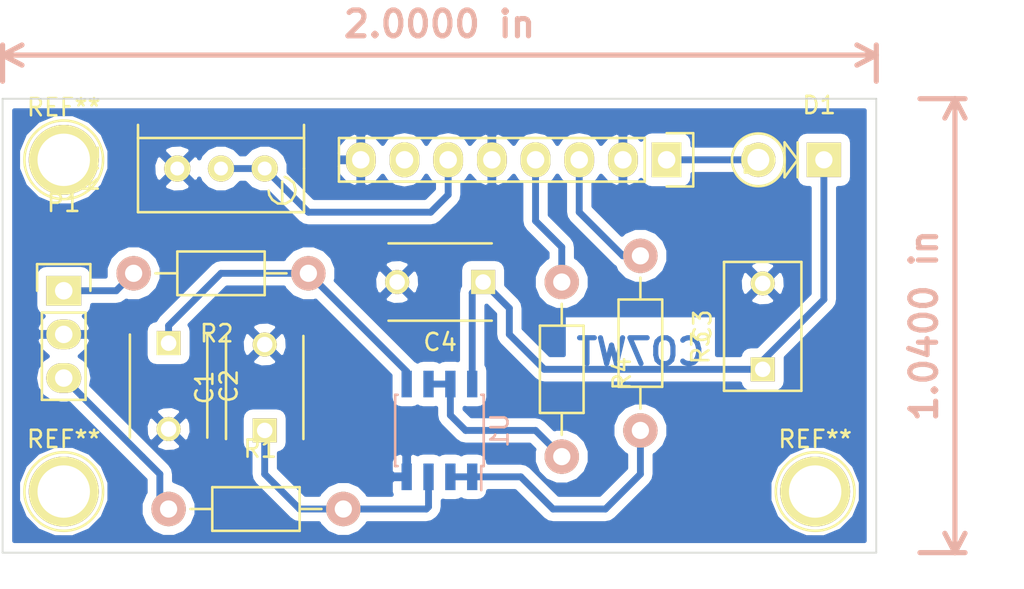
<source format=kicad_pcb>
(kicad_pcb (version 4) (host pcbnew 4.0.2+dfsg1-stable)

  (general
    (links 27)
    (no_connects 0)
    (area 60.401999 44.394 123.824 78.445)
    (thickness 1.6)
    (drawings 7)
    (tracks 49)
    (zones 0)
    (modules 16)
    (nets 14)
  )

  (page A)
  (layers
    (0 F.Cu signal)
    (31 B.Cu signal)
    (32 B.Adhes user)
    (33 F.Adhes user)
    (34 B.Paste user)
    (35 F.Paste user)
    (36 B.SilkS user)
    (37 F.SilkS user)
    (38 B.Mask user)
    (39 F.Mask user)
    (40 Dwgs.User user)
    (41 Cmts.User user)
    (42 Eco1.User user)
    (43 Eco2.User user)
    (44 Edge.Cuts user)
    (45 Margin user)
    (46 B.CrtYd user)
    (47 F.CrtYd user)
    (48 B.Fab user)
    (49 F.Fab user)
  )

  (setup
    (last_trace_width 0.4)
    (trace_clearance 0.2)
    (zone_clearance 0.508)
    (zone_45_only no)
    (trace_min 0.2)
    (segment_width 0.2)
    (edge_width 0.1)
    (via_size 0.6)
    (via_drill 0.4)
    (via_min_size 0.4)
    (via_min_drill 0.3)
    (uvia_size 0.3)
    (uvia_drill 0.1)
    (uvias_allowed no)
    (uvia_min_size 0.2)
    (uvia_min_drill 0.1)
    (pcb_text_width 0.3)
    (pcb_text_size 1.5 1.5)
    (mod_edge_width 0.15)
    (mod_text_size 1 1)
    (mod_text_width 0.15)
    (pad_size 1.5 1.5)
    (pad_drill 0.6)
    (pad_to_mask_clearance 0)
    (aux_axis_origin 0 0)
    (visible_elements FFFFFF7F)
    (pcbplotparams
      (layerselection 0x00030_80000000)
      (usegerberextensions false)
      (excludeedgelayer true)
      (linewidth 0.100000)
      (plotframeref false)
      (viasonmask false)
      (mode 1)
      (useauxorigin false)
      (hpglpennumber 1)
      (hpglpenspeed 20)
      (hpglpendiameter 15)
      (hpglpenoverlay 2)
      (psnegative false)
      (psa4output false)
      (plotreference true)
      (plotvalue true)
      (plotinvisibletext false)
      (padsonsilk false)
      (subtractmaskfromsilk false)
      (outputformat 4)
      (mirror false)
      (drillshape 0)
      (scaleselection 1)
      (outputdirectory ""))
  )

  (net 0 "")
  (net 1 "Net-(C1-Pad1)")
  (net 2 GND)
  (net 3 "Net-(C2-Pad1)")
  (net 4 Vcc)
  (net 5 "Net-(D1-Pad2)")
  (net 6 "Net-(P1-Pad1)")
  (net 7 "Net-(P1-Pad3)")
  (net 8 V_Dir)
  (net 9 V_Rev)
  (net 10 Probe_ID)
  (net 11 "Net-(P2-Pad7)")
  (net 12 "Net-(R3-Pad2)")
  (net 13 "Net-(R4-Pad2)")

  (net_class Default "This is the default net class."
    (clearance 0.2)
    (trace_width 0.4)
    (via_dia 0.6)
    (via_drill 0.4)
    (uvia_dia 0.3)
    (uvia_drill 0.1)
    (add_net GND)
    (add_net "Net-(C1-Pad1)")
    (add_net "Net-(C2-Pad1)")
    (add_net "Net-(D1-Pad2)")
    (add_net "Net-(P1-Pad1)")
    (add_net "Net-(P1-Pad3)")
    (add_net "Net-(P2-Pad7)")
    (add_net "Net-(R3-Pad2)")
    (add_net "Net-(R4-Pad2)")
    (add_net Probe_ID)
    (add_net V_Dir)
    (add_net V_Rev)
    (add_net Vcc)
  )

  (module Resistors_ThroughHole:Resistor_Horizontal_RM10mm placed (layer F.Cu) (tedit 56648415) (tstamp 59A6131F)
    (at 92.964 60.452 270)
    (descr "Resistor, Axial,  RM 10mm, 1/3W")
    (tags "Resistor Axial RM 10mm 1/3W")
    (path /59A6099E)
    (fp_text reference R4 (at 5.32892 -3.50012 270) (layer F.SilkS)
      (effects (font (size 1 1) (thickness 0.15)))
    )
    (fp_text value 1k (at 5.08 3.81 270) (layer F.Fab)
      (effects (font (size 1 1) (thickness 0.15)))
    )
    (fp_line (start -1.25 -1.5) (end 11.4 -1.5) (layer F.CrtYd) (width 0.05))
    (fp_line (start -1.25 1.5) (end -1.25 -1.5) (layer F.CrtYd) (width 0.05))
    (fp_line (start 11.4 -1.5) (end 11.4 1.5) (layer F.CrtYd) (width 0.05))
    (fp_line (start -1.25 1.5) (end 11.4 1.5) (layer F.CrtYd) (width 0.05))
    (fp_line (start 2.54 -1.27) (end 7.62 -1.27) (layer F.SilkS) (width 0.15))
    (fp_line (start 7.62 -1.27) (end 7.62 1.27) (layer F.SilkS) (width 0.15))
    (fp_line (start 7.62 1.27) (end 2.54 1.27) (layer F.SilkS) (width 0.15))
    (fp_line (start 2.54 1.27) (end 2.54 -1.27) (layer F.SilkS) (width 0.15))
    (fp_line (start 2.54 0) (end 1.27 0) (layer F.SilkS) (width 0.15))
    (fp_line (start 7.62 0) (end 8.89 0) (layer F.SilkS) (width 0.15))
    (pad 1 thru_hole circle (at 0 0 270) (size 1.99898 1.99898) (drill 1.00076) (layers *.Cu *.SilkS *.Mask)
      (net 9 V_Rev))
    (pad 2 thru_hole circle (at 10.16 0 270) (size 1.99898 1.99898) (drill 1.00076) (layers *.Cu *.SilkS *.Mask)
      (net 13 "Net-(R4-Pad2)"))
    (model Resistors_ThroughHole.3dshapes/Resistor_Horizontal_RM10mm.wrl
      (at (xyz 0 0 0))
      (scale (xyz 0.4 0.4 0.4))
      (rotate (xyz 0 0 0))
    )
  )

  (module Capacitors_ThroughHole:C_Disc_D7.5_P5 placed (layer F.Cu) (tedit 0) (tstamp 59A6129F)
    (at 104.648 65.532 90)
    (descr "Capacitor 7.5mm Disc, Pitch 5mm")
    (tags Capacitor)
    (path /59A60870)
    (fp_text reference C3 (at 2.5 -3.5 90) (layer F.SilkS)
      (effects (font (size 1 1) (thickness 0.15)))
    )
    (fp_text value 10u (at 2.5 3.5 90) (layer F.Fab)
      (effects (font (size 1 1) (thickness 0.15)))
    )
    (fp_line (start -1.5 -2.5) (end 6.5 -2.5) (layer F.CrtYd) (width 0.05))
    (fp_line (start 6.5 -2.5) (end 6.5 2.5) (layer F.CrtYd) (width 0.05))
    (fp_line (start 6.5 2.5) (end -1.5 2.5) (layer F.CrtYd) (width 0.05))
    (fp_line (start -1.5 2.5) (end -1.5 -2.5) (layer F.CrtYd) (width 0.05))
    (fp_line (start -1.25 -2.25) (end 6.25 -2.25) (layer F.SilkS) (width 0.15))
    (fp_line (start 6.25 -2.25) (end 6.25 2.25) (layer F.SilkS) (width 0.15))
    (fp_line (start 6.25 2.25) (end -1.25 2.25) (layer F.SilkS) (width 0.15))
    (fp_line (start -1.25 2.25) (end -1.25 -2.25) (layer F.SilkS) (width 0.15))
    (pad 1 thru_hole rect (at 0 0 90) (size 1.4 1.4) (drill 0.9) (layers *.Cu *.Mask F.SilkS)
      (net 4 Vcc))
    (pad 2 thru_hole circle (at 5 0 90) (size 1.4 1.4) (drill 0.9) (layers *.Cu *.Mask F.SilkS)
      (net 2 GND))
    (model Capacitors_ThroughHole.3dshapes/C_Disc_D7.5_P5.wrl
      (at (xyz 0.0984252 0 0))
      (scale (xyz 1 1 1))
      (rotate (xyz 0 0 0))
    )
  )

  (module Potentiometers:Potentiometer_Bourns_3296W_3-8Zoll_Inline_ScrewUp placed (layer F.Cu) (tedit 54130B3D) (tstamp 59A61337)
    (at 75.692 53.848 90)
    (descr "3296, 3/8, Square, Trimpot, Trimming, Potentiometer, Bourns")
    (tags "3296, 3/8, Square, Trimpot, Trimming, Potentiometer, Bourns")
    (path /59A61841)
    (fp_text reference RV1 (at 0 -10.16 90) (layer F.SilkS)
      (effects (font (size 1 1) (thickness 0.15)))
    )
    (fp_text value 22k (at 1.27 5.08 90) (layer F.Fab)
      (effects (font (size 1 1) (thickness 0.15)))
    )
    (fp_line (start -2.032 1.016) (end -0.762 1.016) (layer F.SilkS) (width 0.15))
    (fp_line (start -1.2827 0.2286) (end -1.5367 0.2667) (layer F.SilkS) (width 0.15))
    (fp_line (start -1.5367 0.2667) (end -1.8161 0.4445) (layer F.SilkS) (width 0.15))
    (fp_line (start -1.8161 0.4445) (end -2.032 0.762) (layer F.SilkS) (width 0.15))
    (fp_line (start -2.032 0.762) (end -2.0447 1.2065) (layer F.SilkS) (width 0.15))
    (fp_line (start -2.0447 1.2065) (end -1.8415 1.5621) (layer F.SilkS) (width 0.15))
    (fp_line (start -1.8415 1.5621) (end -1.5494 1.7399) (layer F.SilkS) (width 0.15))
    (fp_line (start -1.5494 1.7399) (end -1.2319 1.7907) (layer F.SilkS) (width 0.15))
    (fp_line (start -1.2319 1.7907) (end -0.8255 1.6891) (layer F.SilkS) (width 0.15))
    (fp_line (start -0.8255 1.6891) (end -0.5715 1.3462) (layer F.SilkS) (width 0.15))
    (fp_line (start -0.5715 1.3462) (end -0.4826 1.1684) (layer F.SilkS) (width 0.15))
    (fp_line (start 1.778 -7.366) (end 1.778 2.286) (layer F.SilkS) (width 0.15))
    (fp_line (start -1.27 2.286) (end -2.54 2.286) (layer F.SilkS) (width 0.15))
    (fp_line (start -2.54 2.286) (end -2.54 -7.366) (layer F.SilkS) (width 0.15))
    (fp_line (start -2.54 -7.366) (end 2.54 -7.366) (layer F.SilkS) (width 0.15))
    (fp_line (start 2.54 2.286) (end 0 2.286) (layer F.SilkS) (width 0.15))
    (fp_line (start 0 2.286) (end -1.27 2.286) (layer F.SilkS) (width 0.15))
    (pad 2 thru_hole circle (at 0 -2.54 90) (size 1.524 1.524) (drill 0.8128) (layers *.Cu *.Mask F.SilkS)
      (net 10 Probe_ID))
    (pad 3 thru_hole circle (at 0 -5.08 90) (size 1.524 1.524) (drill 0.8128) (layers *.Cu *.Mask F.SilkS)
      (net 2 GND))
    (pad 1 thru_hole circle (at 0 0 90) (size 1.524 1.524) (drill 0.8128) (layers *.Cu *.Mask F.SilkS)
      (net 10 Probe_ID))
    (model Potentiometers.3dshapes/Potentiometer_Bourns_3296W_3-8Zoll_Inline_ScrewUp.wrl
      (at (xyz 0 0 0))
      (scale (xyz 1 1 1))
      (rotate (xyz 0 0 0))
    )
  )

  (module Capacitors_ThroughHole:C_Disc_D6_P5 placed (layer F.Cu) (tedit 0) (tstamp 59A61285)
    (at 75.692 69.088 90)
    (descr "Capacitor 6mm Disc, Pitch 5mm")
    (tags Capacitor)
    (path /59A60504)
    (fp_text reference C1 (at 2.5 -3.5 90) (layer F.SilkS)
      (effects (font (size 1 1) (thickness 0.15)))
    )
    (fp_text value 10n (at 2.5 3.5 90) (layer F.Fab)
      (effects (font (size 1 1) (thickness 0.15)))
    )
    (fp_line (start -0.95 -2.5) (end 5.95 -2.5) (layer F.CrtYd) (width 0.05))
    (fp_line (start 5.95 -2.5) (end 5.95 2.5) (layer F.CrtYd) (width 0.05))
    (fp_line (start 5.95 2.5) (end -0.95 2.5) (layer F.CrtYd) (width 0.05))
    (fp_line (start -0.95 2.5) (end -0.95 -2.5) (layer F.CrtYd) (width 0.05))
    (fp_line (start -0.5 -2.25) (end 5.5 -2.25) (layer F.SilkS) (width 0.15))
    (fp_line (start 5.5 2.25) (end -0.5 2.25) (layer F.SilkS) (width 0.15))
    (pad 1 thru_hole rect (at 0 0 90) (size 1.4 1.4) (drill 0.9) (layers *.Cu *.Mask F.SilkS)
      (net 1 "Net-(C1-Pad1)"))
    (pad 2 thru_hole circle (at 5 0 90) (size 1.4 1.4) (drill 0.9) (layers *.Cu *.Mask F.SilkS)
      (net 2 GND))
    (model Capacitors_ThroughHole.3dshapes/C_Disc_D6_P5.wrl
      (at (xyz 0.0984252 0 0))
      (scale (xyz 1 1 1))
      (rotate (xyz 0 0 0))
    )
  )

  (module Capacitors_ThroughHole:C_Disc_D6_P5 placed (layer F.Cu) (tedit 0) (tstamp 59A61291)
    (at 70.104 64.008 270)
    (descr "Capacitor 6mm Disc, Pitch 5mm")
    (tags Capacitor)
    (path /59A6058B)
    (fp_text reference C2 (at 2.5 -3.5 270) (layer F.SilkS)
      (effects (font (size 1 1) (thickness 0.15)))
    )
    (fp_text value 10n (at 2.5 3.5 270) (layer F.Fab)
      (effects (font (size 1 1) (thickness 0.15)))
    )
    (fp_line (start -0.95 -2.5) (end 5.95 -2.5) (layer F.CrtYd) (width 0.05))
    (fp_line (start 5.95 -2.5) (end 5.95 2.5) (layer F.CrtYd) (width 0.05))
    (fp_line (start 5.95 2.5) (end -0.95 2.5) (layer F.CrtYd) (width 0.05))
    (fp_line (start -0.95 2.5) (end -0.95 -2.5) (layer F.CrtYd) (width 0.05))
    (fp_line (start -0.5 -2.25) (end 5.5 -2.25) (layer F.SilkS) (width 0.15))
    (fp_line (start 5.5 2.25) (end -0.5 2.25) (layer F.SilkS) (width 0.15))
    (pad 1 thru_hole rect (at 0 0 270) (size 1.4 1.4) (drill 0.9) (layers *.Cu *.Mask F.SilkS)
      (net 3 "Net-(C2-Pad1)"))
    (pad 2 thru_hole circle (at 5 0 270) (size 1.4 1.4) (drill 0.9) (layers *.Cu *.Mask F.SilkS)
      (net 2 GND))
    (model Capacitors_ThroughHole.3dshapes/C_Disc_D6_P5.wrl
      (at (xyz 0.0984252 0 0))
      (scale (xyz 1 1 1))
      (rotate (xyz 0 0 0))
    )
  )

  (module Capacitors_ThroughHole:C_Disc_D6_P5 placed (layer F.Cu) (tedit 0) (tstamp 59A612AB)
    (at 88.392 60.452 180)
    (descr "Capacitor 6mm Disc, Pitch 5mm")
    (tags Capacitor)
    (path /59A60469)
    (fp_text reference C4 (at 2.5 -3.5 180) (layer F.SilkS)
      (effects (font (size 1 1) (thickness 0.15)))
    )
    (fp_text value 100n (at 2.5 3.5 180) (layer F.Fab)
      (effects (font (size 1 1) (thickness 0.15)))
    )
    (fp_line (start -0.95 -2.5) (end 5.95 -2.5) (layer F.CrtYd) (width 0.05))
    (fp_line (start 5.95 -2.5) (end 5.95 2.5) (layer F.CrtYd) (width 0.05))
    (fp_line (start 5.95 2.5) (end -0.95 2.5) (layer F.CrtYd) (width 0.05))
    (fp_line (start -0.95 2.5) (end -0.95 -2.5) (layer F.CrtYd) (width 0.05))
    (fp_line (start -0.5 -2.25) (end 5.5 -2.25) (layer F.SilkS) (width 0.15))
    (fp_line (start 5.5 2.25) (end -0.5 2.25) (layer F.SilkS) (width 0.15))
    (pad 1 thru_hole rect (at 0 0 180) (size 1.4 1.4) (drill 0.9) (layers *.Cu *.Mask F.SilkS)
      (net 4 Vcc))
    (pad 2 thru_hole circle (at 5 0 180) (size 1.4 1.4) (drill 0.9) (layers *.Cu *.Mask F.SilkS)
      (net 2 GND))
    (model Capacitors_ThroughHole.3dshapes/C_Disc_D6_P5.wrl
      (at (xyz 0.0984252 0 0))
      (scale (xyz 1 1 1))
      (rotate (xyz 0 0 0))
    )
  )

  (module Diodes_ThroughHole:Diode_DO-41_SOD81_Vertical_KathodeUp placed (layer F.Cu) (tedit 5538ACC7) (tstamp 59A612B6)
    (at 108.204 53.34 180)
    (descr "Diode, DO-41, SOD81, Vertica,l Anode Up,")
    (tags "Diode, DO-41, SOD81, Vertical, Anode Up, 1N4007, SB140,")
    (path /59A60401)
    (fp_text reference D1 (at 0.27178 3.175 180) (layer F.SilkS)
      (effects (font (size 1 1) (thickness 0.15)))
    )
    (fp_text value 1N4001 (at 0 -2.7 180) (layer F.Fab)
      (effects (font (size 1 1) (thickness 0.15)))
    )
    (fp_circle (center 3.81 0) (end 2.413 0.635) (layer F.SilkS) (width 0.15))
    (fp_line (start 2.286 -1.016) (end 2.286 1.016) (layer F.SilkS) (width 0.15))
    (fp_line (start 1.524 0) (end 2.286 1.016) (layer F.SilkS) (width 0.15))
    (fp_line (start 2.286 -1.016) (end 1.524 0) (layer F.SilkS) (width 0.15))
    (fp_line (start 1.524 -1.016) (end 1.524 1.016) (layer F.SilkS) (width 0.15))
    (pad 2 thru_hole circle (at 3.81 0) (size 1.99898 1.99898) (drill 1.27) (layers *.Cu *.Mask F.SilkS)
      (net 5 "Net-(D1-Pad2)"))
    (pad 1 thru_hole rect (at 0 0) (size 1.99898 1.99898) (drill 1.00076) (layers *.Cu *.Mask F.SilkS)
      (net 4 Vcc))
  )

  (module Pin_Headers:Pin_Header_Straight_1x03 placed (layer F.Cu) (tedit 0) (tstamp 59A612C8)
    (at 64.008 60.96)
    (descr "Through hole pin header")
    (tags "pin header")
    (path /59A60F1F)
    (fp_text reference P1 (at 0 -5.1) (layer F.SilkS)
      (effects (font (size 1 1) (thickness 0.15)))
    )
    (fp_text value Input (at 0 -3.1) (layer F.Fab)
      (effects (font (size 1 1) (thickness 0.15)))
    )
    (fp_line (start -1.75 -1.75) (end -1.75 6.85) (layer F.CrtYd) (width 0.05))
    (fp_line (start 1.75 -1.75) (end 1.75 6.85) (layer F.CrtYd) (width 0.05))
    (fp_line (start -1.75 -1.75) (end 1.75 -1.75) (layer F.CrtYd) (width 0.05))
    (fp_line (start -1.75 6.85) (end 1.75 6.85) (layer F.CrtYd) (width 0.05))
    (fp_line (start -1.27 1.27) (end -1.27 6.35) (layer F.SilkS) (width 0.15))
    (fp_line (start -1.27 6.35) (end 1.27 6.35) (layer F.SilkS) (width 0.15))
    (fp_line (start 1.27 6.35) (end 1.27 1.27) (layer F.SilkS) (width 0.15))
    (fp_line (start 1.55 -1.55) (end 1.55 0) (layer F.SilkS) (width 0.15))
    (fp_line (start 1.27 1.27) (end -1.27 1.27) (layer F.SilkS) (width 0.15))
    (fp_line (start -1.55 0) (end -1.55 -1.55) (layer F.SilkS) (width 0.15))
    (fp_line (start -1.55 -1.55) (end 1.55 -1.55) (layer F.SilkS) (width 0.15))
    (pad 1 thru_hole rect (at 0 0) (size 2.032 1.7272) (drill 1.016) (layers *.Cu *.Mask F.SilkS)
      (net 6 "Net-(P1-Pad1)"))
    (pad 2 thru_hole oval (at 0 2.54) (size 2.032 1.7272) (drill 1.016) (layers *.Cu *.Mask F.SilkS)
      (net 2 GND))
    (pad 3 thru_hole oval (at 0 5.08) (size 2.032 1.7272) (drill 1.016) (layers *.Cu *.Mask F.SilkS)
      (net 7 "Net-(P1-Pad3)"))
    (model Pin_Headers.3dshapes/Pin_Header_Straight_1x03.wrl
      (at (xyz 0 -0.1 0))
      (scale (xyz 1 1 1))
      (rotate (xyz 0 0 90))
    )
  )

  (module Pin_Headers:Pin_Header_Straight_1x08 placed (layer F.Cu) (tedit 0) (tstamp 59A612DF)
    (at 99.06 53.34 270)
    (descr "Through hole pin header")
    (tags "pin header")
    (path /59A601D2)
    (fp_text reference P2 (at 0 -5.1 270) (layer F.SilkS)
      (effects (font (size 1 1) (thickness 0.15)))
    )
    (fp_text value CONN_01X08 (at 0 -3.1 270) (layer F.Fab)
      (effects (font (size 1 1) (thickness 0.15)))
    )
    (fp_line (start -1.75 -1.75) (end -1.75 19.55) (layer F.CrtYd) (width 0.05))
    (fp_line (start 1.75 -1.75) (end 1.75 19.55) (layer F.CrtYd) (width 0.05))
    (fp_line (start -1.75 -1.75) (end 1.75 -1.75) (layer F.CrtYd) (width 0.05))
    (fp_line (start -1.75 19.55) (end 1.75 19.55) (layer F.CrtYd) (width 0.05))
    (fp_line (start 1.27 1.27) (end 1.27 19.05) (layer F.SilkS) (width 0.15))
    (fp_line (start 1.27 19.05) (end -1.27 19.05) (layer F.SilkS) (width 0.15))
    (fp_line (start -1.27 19.05) (end -1.27 1.27) (layer F.SilkS) (width 0.15))
    (fp_line (start 1.55 -1.55) (end 1.55 0) (layer F.SilkS) (width 0.15))
    (fp_line (start 1.27 1.27) (end -1.27 1.27) (layer F.SilkS) (width 0.15))
    (fp_line (start -1.55 0) (end -1.55 -1.55) (layer F.SilkS) (width 0.15))
    (fp_line (start -1.55 -1.55) (end 1.55 -1.55) (layer F.SilkS) (width 0.15))
    (pad 1 thru_hole rect (at 0 0 270) (size 2.032 1.7272) (drill 1.016) (layers *.Cu *.Mask F.SilkS)
      (net 5 "Net-(D1-Pad2)"))
    (pad 2 thru_hole oval (at 0 2.54 270) (size 2.032 1.7272) (drill 1.016) (layers *.Cu *.Mask F.SilkS)
      (net 2 GND))
    (pad 3 thru_hole oval (at 0 5.08 270) (size 2.032 1.7272) (drill 1.016) (layers *.Cu *.Mask F.SilkS)
      (net 8 V_Dir))
    (pad 4 thru_hole oval (at 0 7.62 270) (size 2.032 1.7272) (drill 1.016) (layers *.Cu *.Mask F.SilkS)
      (net 9 V_Rev))
    (pad 5 thru_hole oval (at 0 10.16 270) (size 2.032 1.7272) (drill 1.016) (layers *.Cu *.Mask F.SilkS)
      (net 2 GND))
    (pad 6 thru_hole oval (at 0 12.7 270) (size 2.032 1.7272) (drill 1.016) (layers *.Cu *.Mask F.SilkS)
      (net 10 Probe_ID))
    (pad 7 thru_hole oval (at 0 15.24 270) (size 2.032 1.7272) (drill 1.016) (layers *.Cu *.Mask F.SilkS)
      (net 11 "Net-(P2-Pad7)"))
    (pad 8 thru_hole oval (at 0 17.78 270) (size 2.032 1.7272) (drill 1.016) (layers *.Cu *.Mask F.SilkS)
      (net 2 GND))
    (model Pin_Headers.3dshapes/Pin_Header_Straight_1x08.wrl
      (at (xyz 0 -0.35 0))
      (scale (xyz 1 1 1))
      (rotate (xyz 0 0 90))
    )
  )

  (module Resistors_ThroughHole:Resistor_Horizontal_RM10mm placed (layer F.Cu) (tedit 56648415) (tstamp 59A612EF)
    (at 70.104 73.66)
    (descr "Resistor, Axial,  RM 10mm, 1/3W")
    (tags "Resistor Axial RM 10mm 1/3W")
    (path /59A6064A)
    (fp_text reference R1 (at 5.32892 -3.50012) (layer F.SilkS)
      (effects (font (size 1 1) (thickness 0.15)))
    )
    (fp_text value 100 (at 5.08 3.81) (layer F.Fab)
      (effects (font (size 1 1) (thickness 0.15)))
    )
    (fp_line (start -1.25 -1.5) (end 11.4 -1.5) (layer F.CrtYd) (width 0.05))
    (fp_line (start -1.25 1.5) (end -1.25 -1.5) (layer F.CrtYd) (width 0.05))
    (fp_line (start 11.4 -1.5) (end 11.4 1.5) (layer F.CrtYd) (width 0.05))
    (fp_line (start -1.25 1.5) (end 11.4 1.5) (layer F.CrtYd) (width 0.05))
    (fp_line (start 2.54 -1.27) (end 7.62 -1.27) (layer F.SilkS) (width 0.15))
    (fp_line (start 7.62 -1.27) (end 7.62 1.27) (layer F.SilkS) (width 0.15))
    (fp_line (start 7.62 1.27) (end 2.54 1.27) (layer F.SilkS) (width 0.15))
    (fp_line (start 2.54 1.27) (end 2.54 -1.27) (layer F.SilkS) (width 0.15))
    (fp_line (start 2.54 0) (end 1.27 0) (layer F.SilkS) (width 0.15))
    (fp_line (start 7.62 0) (end 8.89 0) (layer F.SilkS) (width 0.15))
    (pad 1 thru_hole circle (at 0 0) (size 1.99898 1.99898) (drill 1.00076) (layers *.Cu *.SilkS *.Mask)
      (net 7 "Net-(P1-Pad3)"))
    (pad 2 thru_hole circle (at 10.16 0) (size 1.99898 1.99898) (drill 1.00076) (layers *.Cu *.SilkS *.Mask)
      (net 1 "Net-(C1-Pad1)"))
    (model Resistors_ThroughHole.3dshapes/Resistor_Horizontal_RM10mm.wrl
      (at (xyz 0 0 0))
      (scale (xyz 0.4 0.4 0.4))
      (rotate (xyz 0 0 0))
    )
  )

  (module Resistors_ThroughHole:Resistor_Horizontal_RM10mm placed (layer F.Cu) (tedit 56648415) (tstamp 59A612FF)
    (at 78.232 59.944 180)
    (descr "Resistor, Axial,  RM 10mm, 1/3W")
    (tags "Resistor Axial RM 10mm 1/3W")
    (path /59A60697)
    (fp_text reference R2 (at 5.32892 -3.50012 180) (layer F.SilkS)
      (effects (font (size 1 1) (thickness 0.15)))
    )
    (fp_text value 100 (at 5.08 3.81 180) (layer F.Fab)
      (effects (font (size 1 1) (thickness 0.15)))
    )
    (fp_line (start -1.25 -1.5) (end 11.4 -1.5) (layer F.CrtYd) (width 0.05))
    (fp_line (start -1.25 1.5) (end -1.25 -1.5) (layer F.CrtYd) (width 0.05))
    (fp_line (start 11.4 -1.5) (end 11.4 1.5) (layer F.CrtYd) (width 0.05))
    (fp_line (start -1.25 1.5) (end 11.4 1.5) (layer F.CrtYd) (width 0.05))
    (fp_line (start 2.54 -1.27) (end 7.62 -1.27) (layer F.SilkS) (width 0.15))
    (fp_line (start 7.62 -1.27) (end 7.62 1.27) (layer F.SilkS) (width 0.15))
    (fp_line (start 7.62 1.27) (end 2.54 1.27) (layer F.SilkS) (width 0.15))
    (fp_line (start 2.54 1.27) (end 2.54 -1.27) (layer F.SilkS) (width 0.15))
    (fp_line (start 2.54 0) (end 1.27 0) (layer F.SilkS) (width 0.15))
    (fp_line (start 7.62 0) (end 8.89 0) (layer F.SilkS) (width 0.15))
    (pad 1 thru_hole circle (at 0 0 180) (size 1.99898 1.99898) (drill 1.00076) (layers *.Cu *.SilkS *.Mask)
      (net 3 "Net-(C2-Pad1)"))
    (pad 2 thru_hole circle (at 10.16 0 180) (size 1.99898 1.99898) (drill 1.00076) (layers *.Cu *.SilkS *.Mask)
      (net 6 "Net-(P1-Pad1)"))
    (model Resistors_ThroughHole.3dshapes/Resistor_Horizontal_RM10mm.wrl
      (at (xyz 0 0 0))
      (scale (xyz 0.4 0.4 0.4))
      (rotate (xyz 0 0 0))
    )
  )

  (module Resistors_ThroughHole:Resistor_Horizontal_RM10mm placed (layer F.Cu) (tedit 56648415) (tstamp 59A6130F)
    (at 97.536 58.928 270)
    (descr "Resistor, Axial,  RM 10mm, 1/3W")
    (tags "Resistor Axial RM 10mm 1/3W")
    (path /59A60955)
    (fp_text reference R3 (at 5.32892 -3.50012 270) (layer F.SilkS)
      (effects (font (size 1 1) (thickness 0.15)))
    )
    (fp_text value 1k (at 5.08 3.81 270) (layer F.Fab)
      (effects (font (size 1 1) (thickness 0.15)))
    )
    (fp_line (start -1.25 -1.5) (end 11.4 -1.5) (layer F.CrtYd) (width 0.05))
    (fp_line (start -1.25 1.5) (end -1.25 -1.5) (layer F.CrtYd) (width 0.05))
    (fp_line (start 11.4 -1.5) (end 11.4 1.5) (layer F.CrtYd) (width 0.05))
    (fp_line (start -1.25 1.5) (end 11.4 1.5) (layer F.CrtYd) (width 0.05))
    (fp_line (start 2.54 -1.27) (end 7.62 -1.27) (layer F.SilkS) (width 0.15))
    (fp_line (start 7.62 -1.27) (end 7.62 1.27) (layer F.SilkS) (width 0.15))
    (fp_line (start 7.62 1.27) (end 2.54 1.27) (layer F.SilkS) (width 0.15))
    (fp_line (start 2.54 1.27) (end 2.54 -1.27) (layer F.SilkS) (width 0.15))
    (fp_line (start 2.54 0) (end 1.27 0) (layer F.SilkS) (width 0.15))
    (fp_line (start 7.62 0) (end 8.89 0) (layer F.SilkS) (width 0.15))
    (pad 1 thru_hole circle (at 0 0 270) (size 1.99898 1.99898) (drill 1.00076) (layers *.Cu *.SilkS *.Mask)
      (net 8 V_Dir))
    (pad 2 thru_hole circle (at 10.16 0 270) (size 1.99898 1.99898) (drill 1.00076) (layers *.Cu *.SilkS *.Mask)
      (net 12 "Net-(R3-Pad2)"))
    (model Resistors_ThroughHole.3dshapes/Resistor_Horizontal_RM10mm.wrl
      (at (xyz 0 0 0))
      (scale (xyz 0.4 0.4 0.4))
      (rotate (xyz 0 0 0))
    )
  )

  (module Connect:1pin (layer F.Cu) (tedit 0) (tstamp 59A7CA3D)
    (at 64.008 53.34)
    (descr "module 1 pin (ou trou mecanique de percage)")
    (tags DEV)
    (fp_text reference REF** (at 0 -3.048) (layer F.SilkS)
      (effects (font (size 1 1) (thickness 0.15)))
    )
    (fp_text value 1pin (at 0 2.794) (layer F.Fab)
      (effects (font (size 1 1) (thickness 0.15)))
    )
    (fp_circle (center 0 0) (end 0 -2.286) (layer F.SilkS) (width 0.15))
    (pad 1 thru_hole circle (at 0 0) (size 4.064 4.064) (drill 3.048) (layers *.Cu *.Mask F.SilkS))
  )

  (module Connect:1pin (layer F.Cu) (tedit 0) (tstamp 59A7CDEA)
    (at 64.008 72.644)
    (descr "module 1 pin (ou trou mecanique de percage)")
    (tags DEV)
    (fp_text reference REF** (at 0 -3.048) (layer F.SilkS)
      (effects (font (size 1 1) (thickness 0.15)))
    )
    (fp_text value 1pin (at 0 2.794) (layer F.Fab)
      (effects (font (size 1 1) (thickness 0.15)))
    )
    (fp_circle (center 0 0) (end 0 -2.286) (layer F.SilkS) (width 0.15))
    (pad 1 thru_hole circle (at 0 0) (size 4.064 4.064) (drill 3.048) (layers *.Cu *.Mask F.SilkS))
  )

  (module Connect:1pin (layer F.Cu) (tedit 0) (tstamp 59A7CDF5)
    (at 107.696 72.644)
    (descr "module 1 pin (ou trou mecanique de percage)")
    (tags DEV)
    (fp_text reference REF** (at 0 -3.048) (layer F.SilkS)
      (effects (font (size 1 1) (thickness 0.15)))
    )
    (fp_text value 1pin (at 0 2.794) (layer F.Fab)
      (effects (font (size 1 1) (thickness 0.15)))
    )
    (fp_circle (center 0 0) (end 0 -2.286) (layer F.SilkS) (width 0.15))
    (pad 1 thru_hole circle (at 0 0) (size 4.064 4.064) (drill 3.048) (layers *.Cu *.Mask F.SilkS))
  )

  (module Housings_SOIC:SOIC-8_3.9x4.9mm_Pitch1.27mm (layer B.Cu) (tedit 54130A77) (tstamp 59A7CF6C)
    (at 85.852 69.088 90)
    (descr "8-Lead Plastic Small Outline (SN) - Narrow, 3.90 mm Body [SOIC] (see Microchip Packaging Specification 00000049BS.pdf)")
    (tags "SOIC 1.27")
    (path /59A6007D)
    (attr smd)
    (fp_text reference U1 (at 0 3.5 90) (layer B.SilkS)
      (effects (font (size 1 1) (thickness 0.15)) (justify mirror))
    )
    (fp_text value LM358 (at 0 -3.5 90) (layer B.Fab)
      (effects (font (size 1 1) (thickness 0.15)) (justify mirror))
    )
    (fp_line (start -3.75 2.75) (end -3.75 -2.75) (layer B.CrtYd) (width 0.05))
    (fp_line (start 3.75 2.75) (end 3.75 -2.75) (layer B.CrtYd) (width 0.05))
    (fp_line (start -3.75 2.75) (end 3.75 2.75) (layer B.CrtYd) (width 0.05))
    (fp_line (start -3.75 -2.75) (end 3.75 -2.75) (layer B.CrtYd) (width 0.05))
    (fp_line (start -2.075 2.575) (end -2.075 2.43) (layer B.SilkS) (width 0.15))
    (fp_line (start 2.075 2.575) (end 2.075 2.43) (layer B.SilkS) (width 0.15))
    (fp_line (start 2.075 -2.575) (end 2.075 -2.43) (layer B.SilkS) (width 0.15))
    (fp_line (start -2.075 -2.575) (end -2.075 -2.43) (layer B.SilkS) (width 0.15))
    (fp_line (start -2.075 2.575) (end 2.075 2.575) (layer B.SilkS) (width 0.15))
    (fp_line (start -2.075 -2.575) (end 2.075 -2.575) (layer B.SilkS) (width 0.15))
    (fp_line (start -2.075 2.43) (end -3.475 2.43) (layer B.SilkS) (width 0.15))
    (pad 1 smd rect (at -2.7 1.905 90) (size 1.55 0.6) (layers B.Cu B.Paste B.Mask)
      (net 12 "Net-(R3-Pad2)"))
    (pad 2 smd rect (at -2.7 0.635 90) (size 1.55 0.6) (layers B.Cu B.Paste B.Mask)
      (net 12 "Net-(R3-Pad2)"))
    (pad 3 smd rect (at -2.7 -0.635 90) (size 1.55 0.6) (layers B.Cu B.Paste B.Mask)
      (net 1 "Net-(C1-Pad1)"))
    (pad 4 smd rect (at -2.7 -1.905 90) (size 1.55 0.6) (layers B.Cu B.Paste B.Mask)
      (net 2 GND))
    (pad 5 smd rect (at 2.7 -1.905 90) (size 1.55 0.6) (layers B.Cu B.Paste B.Mask)
      (net 3 "Net-(C2-Pad1)"))
    (pad 6 smd rect (at 2.7 -0.635 90) (size 1.55 0.6) (layers B.Cu B.Paste B.Mask)
      (net 13 "Net-(R4-Pad2)"))
    (pad 7 smd rect (at 2.7 0.635 90) (size 1.55 0.6) (layers B.Cu B.Paste B.Mask)
      (net 13 "Net-(R4-Pad2)"))
    (pad 8 smd rect (at 2.7 1.905 90) (size 1.55 0.6) (layers B.Cu B.Paste B.Mask)
      (net 4 Vcc))
    (model Housings_SOIC.3dshapes/SOIC-8_3.9x4.9mm_Pitch1.27mm.wrl
      (at (xyz 0 0 0))
      (scale (xyz 1 1 1))
      (rotate (xyz 0 0 0))
    )
  )

  (dimension 26.416 (width 0.3) (layer B.SilkS)
    (gr_text "26,416 mm" (at 117.174 62.992 270) (layer B.SilkS)
      (effects (font (size 1.5 1.5) (thickness 0.3)))
    )
    (feature1 (pts (xy 113.792 76.2) (xy 118.524 76.2)))
    (feature2 (pts (xy 113.792 49.784) (xy 118.524 49.784)))
    (crossbar (pts (xy 115.824 49.784) (xy 115.824 76.2)))
    (arrow1a (pts (xy 115.824 76.2) (xy 115.237579 75.073496)))
    (arrow1b (pts (xy 115.824 76.2) (xy 116.410421 75.073496)))
    (arrow2a (pts (xy 115.824 49.784) (xy 115.237579 50.910504)))
    (arrow2b (pts (xy 115.824 49.784) (xy 116.410421 50.910504)))
  )
  (dimension 50.8 (width 0.3) (layer B.SilkS)
    (gr_text "50,800 mm" (at 85.852 45.894) (layer B.SilkS)
      (effects (font (size 1.5 1.5) (thickness 0.3)))
    )
    (feature1 (pts (xy 111.252 48.768) (xy 111.252 44.544)))
    (feature2 (pts (xy 60.452 48.768) (xy 60.452 44.544)))
    (crossbar (pts (xy 60.452 47.244) (xy 111.252 47.244)))
    (arrow1a (pts (xy 111.252 47.244) (xy 110.125496 47.830421)))
    (arrow1b (pts (xy 111.252 47.244) (xy 110.125496 46.657579)))
    (arrow2a (pts (xy 60.452 47.244) (xy 61.578504 47.830421)))
    (arrow2b (pts (xy 60.452 47.244) (xy 61.578504 46.657579)))
  )
  (gr_text CO7WT (at 97.536 64.516) (layer B.Cu)
    (effects (font (size 1.5 1.5) (thickness 0.3)) (justify mirror))
  )
  (gr_line (start 111.252 49.784) (end 60.452 49.784) (angle 90) (layer Edge.Cuts) (width 0.1))
  (gr_line (start 60.452 76.2) (end 60.452 49.784) (angle 90) (layer Edge.Cuts) (width 0.1))
  (gr_line (start 111.252 76.2) (end 60.452 76.2) (angle 90) (layer Edge.Cuts) (width 0.1))
  (gr_line (start 111.252 49.784) (end 111.252 76.2) (angle 90) (layer Edge.Cuts) (width 0.1))

  (segment (start 85.217 71.788) (end 85.217 73.533) (width 0.4) (layer B.Cu) (net 1))
  (segment (start 85.09 73.66) (end 80.264 73.66) (width 0.4) (layer B.Cu) (net 1) (tstamp 59A7D306))
  (segment (start 85.217 73.533) (end 85.09 73.66) (width 0.4) (layer B.Cu) (net 1) (tstamp 59A7D305))
  (segment (start 75.692 69.088) (end 75.692 71.628) (width 0.4) (layer B.Cu) (net 1))
  (segment (start 77.724 73.66) (end 80.264 73.66) (width 0.4) (layer B.Cu) (net 1) (tstamp 59A7D2FD))
  (segment (start 75.692 71.628) (end 77.724 73.66) (width 0.4) (layer B.Cu) (net 1) (tstamp 59A7D2FB))
  (segment (start 83.947 66.388) (end 83.947 65.659) (width 0.4) (layer B.Cu) (net 3))
  (segment (start 83.947 65.659) (end 78.232 59.944) (width 0.4) (layer B.Cu) (net 3) (tstamp 59A7D309))
  (segment (start 70.104 64.008) (end 70.104 62.992) (width 0.4) (layer B.Cu) (net 3))
  (segment (start 73.152 59.944) (end 78.232 59.944) (width 0.4) (layer B.Cu) (net 3) (tstamp 59A7D2F7))
  (segment (start 70.104 62.992) (end 73.152 59.944) (width 0.4) (layer B.Cu) (net 3) (tstamp 59A7D2F6))
  (segment (start 104.648 65.532) (end 91.948 65.532) (width 0.4) (layer B.Cu) (net 4))
  (segment (start 89.916 61.976) (end 88.392 60.452) (width 0.4) (layer B.Cu) (net 4) (tstamp 59A7D37E))
  (segment (start 89.916 63.5) (end 89.916 61.976) (width 0.4) (layer B.Cu) (net 4) (tstamp 59A7D37D))
  (segment (start 91.948 65.532) (end 89.916 63.5) (width 0.4) (layer B.Cu) (net 4) (tstamp 59A7D37C))
  (segment (start 108.204 53.34) (end 108.204 61.468) (width 0.4) (layer B.Cu) (net 4))
  (segment (start 108.204 61.468) (end 104.648 65.024) (width 0.4) (layer B.Cu) (net 4) (tstamp 59A7D378))
  (segment (start 104.648 65.024) (end 104.648 65.532) (width 0.4) (layer B.Cu) (net 4) (tstamp 59A7D379))
  (segment (start 87.757 66.388) (end 87.757 61.087) (width 0.4) (layer B.Cu) (net 4))
  (segment (start 87.757 61.087) (end 88.392 60.452) (width 0.4) (layer B.Cu) (net 4) (tstamp 59A7D311))
  (segment (start 99.06 53.34) (end 104.394 53.34) (width 0.4) (layer B.Cu) (net 5))
  (segment (start 64.008 60.96) (end 67.056 60.96) (width 0.4) (layer B.Cu) (net 6))
  (segment (start 67.056 60.96) (end 68.072 59.944) (width 0.4) (layer B.Cu) (net 6) (tstamp 59A7D2EE))
  (segment (start 64.008 66.04) (end 68.58 70.612) (width 0.4) (layer B.Cu) (net 7))
  (segment (start 69.596 71.628) (end 69.596 73.152) (width 0.4) (layer B.Cu) (net 7) (tstamp 59A7D2F2))
  (segment (start 68.58 70.612) (end 69.596 71.628) (width 0.4) (layer B.Cu) (net 7) (tstamp 59A7D2F1))
  (segment (start 69.596 73.152) (end 70.104 73.66) (width 0.4) (layer B.Cu) (net 7) (tstamp 59A7D2F3))
  (segment (start 93.98 53.34) (end 93.98 56.388) (width 0.4) (layer B.Cu) (net 8))
  (segment (start 96.52 58.928) (end 97.536 58.928) (width 0.4) (layer B.Cu) (net 8) (tstamp 59A7D373))
  (segment (start 93.98 56.388) (end 96.52 58.928) (width 0.4) (layer B.Cu) (net 8) (tstamp 59A7D372))
  (segment (start 92.964 60.452) (end 92.964 58.42) (width 0.4) (layer B.Cu) (net 9))
  (segment (start 91.44 56.896) (end 91.44 53.34) (width 0.4) (layer B.Cu) (net 9) (tstamp 59A7D36F))
  (segment (start 92.964 58.42) (end 91.44 56.896) (width 0.4) (layer B.Cu) (net 9) (tstamp 59A7D36E))
  (segment (start 86.36 53.34) (end 86.36 55.372) (width 0.4) (layer B.Cu) (net 10))
  (segment (start 78.232 56.388) (end 75.692 53.848) (width 0.4) (layer B.Cu) (net 10) (tstamp 59A7D369))
  (segment (start 85.344 56.388) (end 78.232 56.388) (width 0.4) (layer B.Cu) (net 10) (tstamp 59A7D368))
  (segment (start 86.36 55.372) (end 85.344 56.388) (width 0.4) (layer B.Cu) (net 10) (tstamp 59A7D367))
  (segment (start 75.692 53.848) (end 73.152 53.848) (width 0.4) (layer B.Cu) (net 10) (tstamp 59A7D36B))
  (segment (start 87.757 71.788) (end 90.584 71.788) (width 0.4) (layer B.Cu) (net 12))
  (segment (start 97.536 71.628) (end 97.536 69.088) (width 0.4) (layer B.Cu) (net 12) (tstamp 59A7D329))
  (segment (start 95.504 73.66) (end 97.536 71.628) (width 0.4) (layer B.Cu) (net 12) (tstamp 59A7D328))
  (segment (start 92.456 73.66) (end 95.504 73.66) (width 0.4) (layer B.Cu) (net 12) (tstamp 59A7D326))
  (segment (start 90.584 71.788) (end 92.456 73.66) (width 0.4) (layer B.Cu) (net 12) (tstamp 59A7D324))
  (segment (start 86.487 71.788) (end 87.757 71.788) (width 0.4) (layer B.Cu) (net 12))
  (segment (start 86.487 66.388) (end 86.487 68.199) (width 0.4) (layer B.Cu) (net 13))
  (segment (start 91.44 69.088) (end 92.964 70.612) (width 0.4) (layer B.Cu) (net 13) (tstamp 59A7D32F))
  (segment (start 87.376 69.088) (end 91.44 69.088) (width 0.4) (layer B.Cu) (net 13) (tstamp 59A7D32E))
  (segment (start 86.487 68.199) (end 87.376 69.088) (width 0.4) (layer B.Cu) (net 13) (tstamp 59A7D32D))
  (segment (start 85.217 66.388) (end 86.487 66.388) (width 0.4) (layer B.Cu) (net 13))

  (zone (net 2) (net_name GND) (layer B.Cu) (tstamp 59A7CDFC) (hatch edge 0.508)
    (connect_pads (clearance 0.508))
    (min_thickness 0.254)
    (fill yes (arc_segments 16) (thermal_gap 0.508) (thermal_bridge_width 0.508))
    (polygon
      (pts
        (xy 111.252 76.2) (xy 60.452 76.2) (xy 60.452 49.784) (xy 111.252 49.784) (xy 111.252 76.2)
      )
    )
    (filled_polygon
      (pts
        (xy 110.567 75.515) (xy 61.137 75.515) (xy 61.137 73.172172) (xy 61.340538 73.172172) (xy 61.745709 74.152761)
        (xy 62.495293 74.903655) (xy 63.475173 75.310536) (xy 64.536172 75.311462) (xy 65.516761 74.906291) (xy 66.267655 74.156707)
        (xy 66.674536 73.176827) (xy 66.675462 72.115828) (xy 66.270291 71.135239) (xy 65.520707 70.384345) (xy 64.540827 69.977464)
        (xy 63.479828 69.976538) (xy 62.499239 70.381709) (xy 61.748345 71.131293) (xy 61.341464 72.111173) (xy 61.340538 73.172172)
        (xy 61.137 73.172172) (xy 61.137 66.04) (xy 62.324655 66.04) (xy 62.438729 66.613489) (xy 62.763585 67.09967)
        (xy 63.249766 67.424526) (xy 63.823255 67.5386) (xy 64.192745 67.5386) (xy 64.303668 67.516536) (xy 68.761 71.973868)
        (xy 68.761 72.691154) (xy 68.719154 72.732927) (xy 68.469794 73.333453) (xy 68.469226 73.983694) (xy 68.717538 74.584655)
        (xy 69.176927 75.044846) (xy 69.777453 75.294206) (xy 70.427694 75.294774) (xy 71.028655 75.046462) (xy 71.488846 74.587073)
        (xy 71.738206 73.986547) (xy 71.738774 73.336306) (xy 71.490462 72.735345) (xy 71.031073 72.275154) (xy 70.431 72.025982)
        (xy 70.431 71.628) (xy 70.367439 71.308459) (xy 70.186434 71.037566) (xy 69.092143 69.943275) (xy 69.348331 69.943275)
        (xy 69.410169 70.179042) (xy 69.911122 70.355419) (xy 70.44144 70.326664) (xy 70.797831 70.179042) (xy 70.859669 69.943275)
        (xy 70.104 69.187605) (xy 69.348331 69.943275) (xy 69.092143 69.943275) (xy 67.96399 68.815122) (xy 68.756581 68.815122)
        (xy 68.785336 69.34544) (xy 68.932958 69.701831) (xy 69.168725 69.763669) (xy 69.924395 69.008) (xy 70.283605 69.008)
        (xy 71.039275 69.763669) (xy 71.275042 69.701831) (xy 71.451419 69.200878) (xy 71.422664 68.67056) (xy 71.305624 68.388)
        (xy 74.34456 68.388) (xy 74.34456 69.788) (xy 74.388838 70.023317) (xy 74.52791 70.239441) (xy 74.74011 70.384431)
        (xy 74.857 70.408102) (xy 74.857 71.628) (xy 74.920561 71.947541) (xy 75.033007 72.115828) (xy 75.101566 72.218434)
        (xy 77.133566 74.250434) (xy 77.404459 74.431439) (xy 77.724 74.495) (xy 78.840493 74.495) (xy 78.877538 74.584655)
        (xy 79.336927 75.044846) (xy 79.937453 75.294206) (xy 80.587694 75.294774) (xy 81.188655 75.046462) (xy 81.648846 74.587073)
        (xy 81.687078 74.495) (xy 85.09 74.495) (xy 85.409541 74.431439) (xy 85.680434 74.250434) (xy 85.807434 74.123434)
        (xy 85.941066 73.923439) (xy 85.988439 73.852541) (xy 86.052 73.533) (xy 86.052 73.183102) (xy 86.187 73.21044)
        (xy 86.787 73.21044) (xy 87.022317 73.166162) (xy 87.121528 73.102322) (xy 87.20511 73.159431) (xy 87.457 73.21044)
        (xy 88.057 73.21044) (xy 88.292317 73.166162) (xy 88.508441 73.02709) (xy 88.653431 72.81489) (xy 88.69229 72.623)
        (xy 90.238132 72.623) (xy 91.865566 74.250434) (xy 92.13646 74.43144) (xy 92.456 74.495) (xy 95.504 74.495)
        (xy 95.823541 74.431439) (xy 96.094434 74.250434) (xy 97.172696 73.172172) (xy 105.028538 73.172172) (xy 105.433709 74.152761)
        (xy 106.183293 74.903655) (xy 107.163173 75.310536) (xy 108.224172 75.311462) (xy 109.204761 74.906291) (xy 109.955655 74.156707)
        (xy 110.362536 73.176827) (xy 110.363462 72.115828) (xy 109.958291 71.135239) (xy 109.208707 70.384345) (xy 108.228827 69.977464)
        (xy 107.167828 69.976538) (xy 106.187239 70.381709) (xy 105.436345 71.131293) (xy 105.029464 72.111173) (xy 105.028538 73.172172)
        (xy 97.172696 73.172172) (xy 98.126434 72.218434) (xy 98.194993 72.115828) (xy 98.307439 71.947541) (xy 98.371 71.628)
        (xy 98.371 70.511507) (xy 98.460655 70.474462) (xy 98.920846 70.015073) (xy 99.170206 69.414547) (xy 99.170774 68.764306)
        (xy 98.922462 68.163345) (xy 98.463073 67.703154) (xy 97.862547 67.453794) (xy 97.212306 67.453226) (xy 96.611345 67.701538)
        (xy 96.151154 68.160927) (xy 95.901794 68.761453) (xy 95.901226 69.411694) (xy 96.149538 70.012655) (xy 96.608927 70.472846)
        (xy 96.701 70.511078) (xy 96.701 71.282132) (xy 95.158132 72.825) (xy 92.801868 72.825) (xy 91.174434 71.197566)
        (xy 91.075249 71.131293) (xy 90.903541 71.016561) (xy 90.584 70.953) (xy 88.69315 70.953) (xy 88.660162 70.777683)
        (xy 88.52109 70.561559) (xy 88.30889 70.416569) (xy 88.057 70.36556) (xy 87.457 70.36556) (xy 87.221683 70.409838)
        (xy 87.122472 70.473678) (xy 87.03889 70.416569) (xy 86.787 70.36556) (xy 86.187 70.36556) (xy 85.951683 70.409838)
        (xy 85.852472 70.473678) (xy 85.76889 70.416569) (xy 85.517 70.36556) (xy 84.917 70.36556) (xy 84.681683 70.409838)
        (xy 84.59102 70.468178) (xy 84.37331 70.378) (xy 84.23275 70.378) (xy 84.074 70.53675) (xy 84.074 71.661)
        (xy 84.094 71.661) (xy 84.094 71.915) (xy 84.074 71.915) (xy 84.074 71.935) (xy 83.82 71.935)
        (xy 83.82 71.915) (xy 83.17075 71.915) (xy 83.012 72.07375) (xy 83.012 72.689309) (xy 83.068205 72.825)
        (xy 81.687507 72.825) (xy 81.650462 72.735345) (xy 81.191073 72.275154) (xy 80.590547 72.025794) (xy 79.940306 72.025226)
        (xy 79.339345 72.273538) (xy 78.879154 72.732927) (xy 78.840922 72.825) (xy 78.069868 72.825) (xy 76.527 71.282132)
        (xy 76.527 70.886691) (xy 83.012 70.886691) (xy 83.012 71.50225) (xy 83.17075 71.661) (xy 83.82 71.661)
        (xy 83.82 70.53675) (xy 83.66125 70.378) (xy 83.52069 70.378) (xy 83.287301 70.474673) (xy 83.108673 70.653302)
        (xy 83.012 70.886691) (xy 76.527 70.886691) (xy 76.527 70.410038) (xy 76.627317 70.391162) (xy 76.843441 70.25209)
        (xy 76.988431 70.03989) (xy 77.03944 69.788) (xy 77.03944 68.388) (xy 76.995162 68.152683) (xy 76.85609 67.936559)
        (xy 76.64389 67.791569) (xy 76.392 67.74056) (xy 74.992 67.74056) (xy 74.756683 67.784838) (xy 74.540559 67.92391)
        (xy 74.395569 68.13611) (xy 74.34456 68.388) (xy 71.305624 68.388) (xy 71.275042 68.314169) (xy 71.039275 68.252331)
        (xy 70.283605 69.008) (xy 69.924395 69.008) (xy 69.168725 68.252331) (xy 68.932958 68.314169) (xy 68.756581 68.815122)
        (xy 67.96399 68.815122) (xy 67.221593 68.072725) (xy 69.348331 68.072725) (xy 70.104 68.828395) (xy 70.859669 68.072725)
        (xy 70.797831 67.836958) (xy 70.296878 67.660581) (xy 69.76656 67.689336) (xy 69.410169 67.836958) (xy 69.348331 68.072725)
        (xy 67.221593 68.072725) (xy 65.607979 66.459111) (xy 65.691345 66.04) (xy 65.577271 65.466511) (xy 65.252415 64.98033)
        (xy 64.942931 64.773539) (xy 65.358732 64.402036) (xy 65.612709 63.874791) (xy 65.615358 63.859026) (xy 65.494217 63.627)
        (xy 64.135 63.627) (xy 64.135 63.647) (xy 63.881 63.647) (xy 63.881 63.627) (xy 62.521783 63.627)
        (xy 62.400642 63.859026) (xy 62.403291 63.874791) (xy 62.657268 64.402036) (xy 63.073069 64.773539) (xy 62.763585 64.98033)
        (xy 62.438729 65.466511) (xy 62.324655 66.04) (xy 61.137 66.04) (xy 61.137 60.0964) (xy 62.34456 60.0964)
        (xy 62.34456 61.8236) (xy 62.388838 62.058917) (xy 62.52791 62.275041) (xy 62.74011 62.420031) (xy 62.834927 62.439232)
        (xy 62.657268 62.597964) (xy 62.403291 63.125209) (xy 62.400642 63.140974) (xy 62.521783 63.373) (xy 63.881 63.373)
        (xy 63.881 63.353) (xy 64.135 63.353) (xy 64.135 63.373) (xy 65.494217 63.373) (xy 65.528153 63.308)
        (xy 68.75656 63.308) (xy 68.75656 64.708) (xy 68.800838 64.943317) (xy 68.93991 65.159441) (xy 69.15211 65.304431)
        (xy 69.404 65.35544) (xy 70.804 65.35544) (xy 71.039317 65.311162) (xy 71.255441 65.17209) (xy 71.357121 65.023275)
        (xy 74.936331 65.023275) (xy 74.998169 65.259042) (xy 75.499122 65.435419) (xy 76.02944 65.406664) (xy 76.385831 65.259042)
        (xy 76.447669 65.023275) (xy 75.692 64.267605) (xy 74.936331 65.023275) (xy 71.357121 65.023275) (xy 71.400431 64.95989)
        (xy 71.45144 64.708) (xy 71.45144 63.895122) (xy 74.344581 63.895122) (xy 74.373336 64.42544) (xy 74.520958 64.781831)
        (xy 74.756725 64.843669) (xy 75.512395 64.088) (xy 75.871605 64.088) (xy 76.627275 64.843669) (xy 76.863042 64.781831)
        (xy 77.039419 64.280878) (xy 77.010664 63.75056) (xy 76.863042 63.394169) (xy 76.627275 63.332331) (xy 75.871605 64.088)
        (xy 75.512395 64.088) (xy 74.756725 63.332331) (xy 74.520958 63.394169) (xy 74.344581 63.895122) (xy 71.45144 63.895122)
        (xy 71.45144 63.308) (xy 71.422223 63.152725) (xy 74.936331 63.152725) (xy 75.692 63.908395) (xy 76.447669 63.152725)
        (xy 76.385831 62.916958) (xy 75.884878 62.740581) (xy 75.35456 62.769336) (xy 74.998169 62.916958) (xy 74.936331 63.152725)
        (xy 71.422223 63.152725) (xy 71.407162 63.072683) (xy 71.327689 62.949179) (xy 73.497868 60.779) (xy 76.808493 60.779)
        (xy 76.845538 60.868655) (xy 77.304927 61.328846) (xy 77.905453 61.578206) (xy 78.555694 61.578774) (xy 78.647834 61.540702)
        (xy 82.99956 65.892429) (xy 82.99956 67.163) (xy 83.043838 67.398317) (xy 83.18291 67.614441) (xy 83.39511 67.759431)
        (xy 83.647 67.81044) (xy 84.247 67.81044) (xy 84.482317 67.766162) (xy 84.581528 67.702322) (xy 84.66511 67.759431)
        (xy 84.917 67.81044) (xy 85.517 67.81044) (xy 85.652 67.785038) (xy 85.652 68.199) (xy 85.715561 68.518541)
        (xy 85.817137 68.67056) (xy 85.896566 68.789434) (xy 86.785566 69.678434) (xy 87.056459 69.859439) (xy 87.376 69.923)
        (xy 91.094132 69.923) (xy 91.366995 70.195863) (xy 91.329794 70.285453) (xy 91.329226 70.935694) (xy 91.577538 71.536655)
        (xy 92.036927 71.996846) (xy 92.637453 72.246206) (xy 93.287694 72.246774) (xy 93.888655 71.998462) (xy 94.348846 71.539073)
        (xy 94.598206 70.938547) (xy 94.598774 70.288306) (xy 94.350462 69.687345) (xy 93.891073 69.227154) (xy 93.290547 68.977794)
        (xy 92.640306 68.977226) (xy 92.548166 69.015298) (xy 92.030434 68.497566) (xy 91.759541 68.316561) (xy 91.44 68.253)
        (xy 87.721868 68.253) (xy 87.322 67.853132) (xy 87.322 67.783102) (xy 87.457 67.81044) (xy 88.057 67.81044)
        (xy 88.292317 67.766162) (xy 88.508441 67.62709) (xy 88.653431 67.41489) (xy 88.70444 67.163) (xy 88.70444 65.613)
        (xy 88.660162 65.377683) (xy 88.592 65.271756) (xy 88.592 61.832868) (xy 89.081 62.321868) (xy 89.081 63.5)
        (xy 89.144561 63.819541) (xy 89.32394 64.088) (xy 89.325566 64.090434) (xy 91.357566 66.122434) (xy 91.628459 66.303439)
        (xy 91.948 66.367) (xy 103.325962 66.367) (xy 103.344838 66.467317) (xy 103.48391 66.683441) (xy 103.69611 66.828431)
        (xy 103.948 66.87944) (xy 105.348 66.87944) (xy 105.583317 66.835162) (xy 105.799441 66.69609) (xy 105.944431 66.48389)
        (xy 105.99544 66.232) (xy 105.99544 64.857428) (xy 108.794434 62.058434) (xy 108.823579 62.014816) (xy 108.975439 61.787541)
        (xy 109.039 61.468) (xy 109.039 54.98693) (xy 109.20349 54.98693) (xy 109.438807 54.942652) (xy 109.654931 54.80358)
        (xy 109.799921 54.59138) (xy 109.85093 54.33949) (xy 109.85093 52.34051) (xy 109.806652 52.105193) (xy 109.66758 51.889069)
        (xy 109.45538 51.744079) (xy 109.20349 51.69307) (xy 107.20451 51.69307) (xy 106.969193 51.737348) (xy 106.753069 51.87642)
        (xy 106.608079 52.08862) (xy 106.55707 52.34051) (xy 106.55707 54.33949) (xy 106.601348 54.574807) (xy 106.74042 54.790931)
        (xy 106.95262 54.935921) (xy 107.20451 54.98693) (xy 107.369 54.98693) (xy 107.369 61.122132) (xy 104.306572 64.18456)
        (xy 103.948 64.18456) (xy 103.712683 64.228838) (xy 103.496559 64.36791) (xy 103.351569 64.58011) (xy 103.327898 64.697)
        (xy 101.999572 64.697) (xy 101.999572 62.381) (xy 93.072429 62.381) (xy 93.072429 64.697) (xy 92.293868 64.697)
        (xy 90.751 63.154132) (xy 90.751 61.976) (xy 90.687439 61.656459) (xy 90.506434 61.385566) (xy 89.73944 60.618572)
        (xy 89.73944 59.752) (xy 89.695162 59.516683) (xy 89.55609 59.300559) (xy 89.34389 59.155569) (xy 89.092 59.10456)
        (xy 87.692 59.10456) (xy 87.456683 59.148838) (xy 87.240559 59.28791) (xy 87.095569 59.50011) (xy 87.04456 59.752)
        (xy 87.04456 60.679161) (xy 86.985561 60.767459) (xy 86.922 61.087) (xy 86.922 64.992898) (xy 86.787 64.96556)
        (xy 86.187 64.96556) (xy 85.951683 65.009838) (xy 85.852472 65.073678) (xy 85.76889 65.016569) (xy 85.517 64.96556)
        (xy 84.917 64.96556) (xy 84.681683 65.009838) (xy 84.582472 65.073678) (xy 84.49889 65.016569) (xy 84.482022 65.013153)
        (xy 80.856144 61.387275) (xy 82.636331 61.387275) (xy 82.698169 61.623042) (xy 83.199122 61.799419) (xy 83.72944 61.770664)
        (xy 84.085831 61.623042) (xy 84.147669 61.387275) (xy 83.392 60.631605) (xy 82.636331 61.387275) (xy 80.856144 61.387275)
        (xy 79.829005 60.360137) (xy 79.866206 60.270547) (xy 79.866215 60.259122) (xy 82.044581 60.259122) (xy 82.073336 60.78944)
        (xy 82.220958 61.145831) (xy 82.456725 61.207669) (xy 83.212395 60.452) (xy 83.571605 60.452) (xy 84.327275 61.207669)
        (xy 84.563042 61.145831) (xy 84.739419 60.644878) (xy 84.710664 60.11456) (xy 84.563042 59.758169) (xy 84.327275 59.696331)
        (xy 83.571605 60.452) (xy 83.212395 60.452) (xy 82.456725 59.696331) (xy 82.220958 59.758169) (xy 82.044581 60.259122)
        (xy 79.866215 60.259122) (xy 79.866774 59.620306) (xy 79.823976 59.516725) (xy 82.636331 59.516725) (xy 83.392 60.272395)
        (xy 84.147669 59.516725) (xy 84.085831 59.280958) (xy 83.584878 59.104581) (xy 83.05456 59.133336) (xy 82.698169 59.280958)
        (xy 82.636331 59.516725) (xy 79.823976 59.516725) (xy 79.618462 59.019345) (xy 79.159073 58.559154) (xy 78.558547 58.309794)
        (xy 77.908306 58.309226) (xy 77.307345 58.557538) (xy 76.847154 59.016927) (xy 76.808922 59.109) (xy 73.152 59.109)
        (xy 72.832459 59.172561) (xy 72.709082 59.254999) (xy 72.561566 59.353566) (xy 69.513566 62.401566) (xy 69.332561 62.672459)
        (xy 69.332242 62.674062) (xy 69.168683 62.704838) (xy 68.952559 62.84391) (xy 68.807569 63.05611) (xy 68.75656 63.308)
        (xy 65.528153 63.308) (xy 65.615358 63.140974) (xy 65.612709 63.125209) (xy 65.358732 62.597964) (xy 65.183155 62.441093)
        (xy 65.259317 62.426762) (xy 65.475441 62.28769) (xy 65.620431 62.07549) (xy 65.67144 61.8236) (xy 65.67144 61.795)
        (xy 67.056 61.795) (xy 67.375541 61.731439) (xy 67.646434 61.550434) (xy 67.655863 61.541005) (xy 67.745453 61.578206)
        (xy 68.395694 61.578774) (xy 68.996655 61.330462) (xy 69.456846 60.871073) (xy 69.706206 60.270547) (xy 69.706774 59.620306)
        (xy 69.458462 59.019345) (xy 68.999073 58.559154) (xy 68.398547 58.309794) (xy 67.748306 58.309226) (xy 67.147345 58.557538)
        (xy 66.687154 59.016927) (xy 66.437794 59.617453) (xy 66.437351 60.125) (xy 65.67144 60.125) (xy 65.67144 60.0964)
        (xy 65.627162 59.861083) (xy 65.48809 59.644959) (xy 65.27589 59.499969) (xy 65.024 59.44896) (xy 62.992 59.44896)
        (xy 62.756683 59.493238) (xy 62.540559 59.63231) (xy 62.395569 59.84451) (xy 62.34456 60.0964) (xy 61.137 60.0964)
        (xy 61.137 53.868172) (xy 61.340538 53.868172) (xy 61.745709 54.848761) (xy 62.495293 55.599655) (xy 63.475173 56.006536)
        (xy 64.536172 56.007462) (xy 65.516761 55.602291) (xy 66.267655 54.852707) (xy 66.277825 54.828213) (xy 69.811392 54.828213)
        (xy 69.880857 55.070397) (xy 70.404302 55.257144) (xy 70.959368 55.229362) (xy 71.343143 55.070397) (xy 71.412608 54.828213)
        (xy 70.612 54.027605) (xy 69.811392 54.828213) (xy 66.277825 54.828213) (xy 66.674536 53.872827) (xy 66.674738 53.640302)
        (xy 69.202856 53.640302) (xy 69.230638 54.195368) (xy 69.389603 54.579143) (xy 69.631787 54.648608) (xy 70.432395 53.848)
        (xy 70.791605 53.848) (xy 71.592213 54.648608) (xy 71.834397 54.579143) (xy 71.884509 54.438682) (xy 71.96699 54.638303)
        (xy 72.35963 55.031629) (xy 72.8729 55.244757) (xy 73.428661 55.245242) (xy 73.942303 55.03301) (xy 74.292925 54.683)
        (xy 74.551609 54.683) (xy 74.89963 55.031629) (xy 75.4129 55.244757) (xy 75.908321 55.245189) (xy 77.641566 56.978434)
        (xy 77.912459 57.159439) (xy 78.232 57.223) (xy 85.344 57.223) (xy 85.663541 57.159439) (xy 85.934434 56.978434)
        (xy 86.950434 55.962434) (xy 87.060595 55.797566) (xy 87.131439 55.691541) (xy 87.195 55.372) (xy 87.195 54.734535)
        (xy 87.41967 54.584415) (xy 87.626461 54.274931) (xy 87.997964 54.690732) (xy 88.525209 54.944709) (xy 88.540974 54.947358)
        (xy 88.773 54.826217) (xy 88.773 53.467) (xy 88.753 53.467) (xy 88.753 53.213) (xy 88.773 53.213)
        (xy 88.773 51.853783) (xy 89.027 51.853783) (xy 89.027 53.213) (xy 89.047 53.213) (xy 89.047 53.467)
        (xy 89.027 53.467) (xy 89.027 54.826217) (xy 89.259026 54.947358) (xy 89.274791 54.944709) (xy 89.802036 54.690732)
        (xy 90.173539 54.274931) (xy 90.38033 54.584415) (xy 90.605 54.734535) (xy 90.605 56.896) (xy 90.668561 57.215541)
        (xy 90.720848 57.293794) (xy 90.849566 57.486434) (xy 92.129 58.765868) (xy 92.129 59.028493) (xy 92.039345 59.065538)
        (xy 91.579154 59.524927) (xy 91.329794 60.125453) (xy 91.329226 60.775694) (xy 91.577538 61.376655) (xy 92.036927 61.836846)
        (xy 92.637453 62.086206) (xy 93.287694 62.086774) (xy 93.888655 61.838462) (xy 94.26049 61.467275) (xy 103.892331 61.467275)
        (xy 103.954169 61.703042) (xy 104.455122 61.879419) (xy 104.98544 61.850664) (xy 105.341831 61.703042) (xy 105.403669 61.467275)
        (xy 104.648 60.711605) (xy 103.892331 61.467275) (xy 94.26049 61.467275) (xy 94.348846 61.379073) (xy 94.598206 60.778547)
        (xy 94.598774 60.128306) (xy 94.350462 59.527345) (xy 93.891073 59.067154) (xy 93.799 59.028922) (xy 93.799 58.42)
        (xy 93.735439 58.100459) (xy 93.554434 57.829566) (xy 92.275 56.550132) (xy 92.275 54.734535) (xy 92.49967 54.584415)
        (xy 92.71 54.269634) (xy 92.92033 54.584415) (xy 93.145 54.734535) (xy 93.145 56.388) (xy 93.208561 56.707541)
        (xy 93.389566 56.978434) (xy 95.929566 59.518434) (xy 96.042666 59.594005) (xy 96.149538 59.852655) (xy 96.608927 60.312846)
        (xy 97.209453 60.562206) (xy 97.859694 60.562774) (xy 98.400973 60.339122) (xy 103.300581 60.339122) (xy 103.329336 60.86944)
        (xy 103.476958 61.225831) (xy 103.712725 61.287669) (xy 104.468395 60.532) (xy 104.827605 60.532) (xy 105.583275 61.287669)
        (xy 105.819042 61.225831) (xy 105.995419 60.724878) (xy 105.966664 60.19456) (xy 105.819042 59.838169) (xy 105.583275 59.776331)
        (xy 104.827605 60.532) (xy 104.468395 60.532) (xy 103.712725 59.776331) (xy 103.476958 59.838169) (xy 103.300581 60.339122)
        (xy 98.400973 60.339122) (xy 98.460655 60.314462) (xy 98.920846 59.855073) (xy 99.028121 59.596725) (xy 103.892331 59.596725)
        (xy 104.648 60.352395) (xy 105.403669 59.596725) (xy 105.341831 59.360958) (xy 104.840878 59.184581) (xy 104.31056 59.213336)
        (xy 103.954169 59.360958) (xy 103.892331 59.596725) (xy 99.028121 59.596725) (xy 99.170206 59.254547) (xy 99.170774 58.604306)
        (xy 98.922462 58.003345) (xy 98.463073 57.543154) (xy 97.862547 57.293794) (xy 97.212306 57.293226) (xy 96.611345 57.541538)
        (xy 96.462746 57.689878) (xy 94.815 56.042132) (xy 94.815 54.734535) (xy 95.03967 54.584415) (xy 95.246461 54.274931)
        (xy 95.617964 54.690732) (xy 96.145209 54.944709) (xy 96.160974 54.947358) (xy 96.393 54.826217) (xy 96.393 53.467)
        (xy 96.373 53.467) (xy 96.373 53.213) (xy 96.393 53.213) (xy 96.393 51.853783) (xy 96.647 51.853783)
        (xy 96.647 53.213) (xy 96.667 53.213) (xy 96.667 53.467) (xy 96.647 53.467) (xy 96.647 54.826217)
        (xy 96.879026 54.947358) (xy 96.894791 54.944709) (xy 97.422036 54.690732) (xy 97.578907 54.515155) (xy 97.593238 54.591317)
        (xy 97.73231 54.807441) (xy 97.94451 54.952431) (xy 98.1964 55.00344) (xy 99.9236 55.00344) (xy 100.158917 54.959162)
        (xy 100.375041 54.82009) (xy 100.520031 54.60789) (xy 100.57104 54.356) (xy 100.57104 54.175) (xy 102.970493 54.175)
        (xy 103.007538 54.264655) (xy 103.466927 54.724846) (xy 104.067453 54.974206) (xy 104.717694 54.974774) (xy 105.318655 54.726462)
        (xy 105.778846 54.267073) (xy 106.028206 53.666547) (xy 106.028774 53.016306) (xy 105.780462 52.415345) (xy 105.321073 51.955154)
        (xy 104.720547 51.705794) (xy 104.070306 51.705226) (xy 103.469345 51.953538) (xy 103.009154 52.412927) (xy 102.970922 52.505)
        (xy 100.57104 52.505) (xy 100.57104 52.324) (xy 100.526762 52.088683) (xy 100.38769 51.872559) (xy 100.17549 51.727569)
        (xy 99.9236 51.67656) (xy 98.1964 51.67656) (xy 97.961083 51.720838) (xy 97.744959 51.85991) (xy 97.599969 52.07211)
        (xy 97.580768 52.166927) (xy 97.422036 51.989268) (xy 96.894791 51.735291) (xy 96.879026 51.732642) (xy 96.647 51.853783)
        (xy 96.393 51.853783) (xy 96.160974 51.732642) (xy 96.145209 51.735291) (xy 95.617964 51.989268) (xy 95.246461 52.405069)
        (xy 95.03967 52.095585) (xy 94.553489 51.770729) (xy 93.98 51.656655) (xy 93.406511 51.770729) (xy 92.92033 52.095585)
        (xy 92.71 52.410366) (xy 92.49967 52.095585) (xy 92.013489 51.770729) (xy 91.44 51.656655) (xy 90.866511 51.770729)
        (xy 90.38033 52.095585) (xy 90.173539 52.405069) (xy 89.802036 51.989268) (xy 89.274791 51.735291) (xy 89.259026 51.732642)
        (xy 89.027 51.853783) (xy 88.773 51.853783) (xy 88.540974 51.732642) (xy 88.525209 51.735291) (xy 87.997964 51.989268)
        (xy 87.626461 52.405069) (xy 87.41967 52.095585) (xy 86.933489 51.770729) (xy 86.36 51.656655) (xy 85.786511 51.770729)
        (xy 85.30033 52.095585) (xy 85.09 52.410366) (xy 84.87967 52.095585) (xy 84.393489 51.770729) (xy 83.82 51.656655)
        (xy 83.246511 51.770729) (xy 82.76033 52.095585) (xy 82.553539 52.405069) (xy 82.182036 51.989268) (xy 81.654791 51.735291)
        (xy 81.639026 51.732642) (xy 81.407 51.853783) (xy 81.407 53.213) (xy 81.427 53.213) (xy 81.427 53.467)
        (xy 81.407 53.467) (xy 81.407 54.826217) (xy 81.639026 54.947358) (xy 81.654791 54.944709) (xy 82.182036 54.690732)
        (xy 82.553539 54.274931) (xy 82.76033 54.584415) (xy 83.246511 54.909271) (xy 83.82 55.023345) (xy 84.393489 54.909271)
        (xy 84.87967 54.584415) (xy 85.09 54.269634) (xy 85.30033 54.584415) (xy 85.525 54.734535) (xy 85.525 55.026132)
        (xy 84.998132 55.553) (xy 78.577868 55.553) (xy 77.088812 54.063944) (xy 77.089128 53.701913) (xy 79.794816 53.701913)
        (xy 79.988046 54.25432) (xy 80.377964 54.690732) (xy 80.905209 54.944709) (xy 80.920974 54.947358) (xy 81.153 54.826217)
        (xy 81.153 53.467) (xy 79.939076 53.467) (xy 79.794816 53.701913) (xy 77.089128 53.701913) (xy 77.089242 53.571339)
        (xy 76.87701 53.057697) (xy 76.797539 52.978087) (xy 79.794816 52.978087) (xy 79.939076 53.213) (xy 81.153 53.213)
        (xy 81.153 51.853783) (xy 80.920974 51.732642) (xy 80.905209 51.735291) (xy 80.377964 51.989268) (xy 79.988046 52.42568)
        (xy 79.794816 52.978087) (xy 76.797539 52.978087) (xy 76.48437 52.664371) (xy 75.9711 52.451243) (xy 75.415339 52.450758)
        (xy 74.901697 52.66299) (xy 74.551075 53.013) (xy 74.292391 53.013) (xy 73.94437 52.664371) (xy 73.4311 52.451243)
        (xy 72.875339 52.450758) (xy 72.361697 52.66299) (xy 71.968371 53.05563) (xy 71.888605 53.247727) (xy 71.834397 53.116857)
        (xy 71.592213 53.047392) (xy 70.791605 53.848) (xy 70.432395 53.848) (xy 69.631787 53.047392) (xy 69.389603 53.116857)
        (xy 69.202856 53.640302) (xy 66.674738 53.640302) (xy 66.675413 52.867787) (xy 69.811392 52.867787) (xy 70.612 53.668395)
        (xy 71.412608 52.867787) (xy 71.343143 52.625603) (xy 70.819698 52.438856) (xy 70.264632 52.466638) (xy 69.880857 52.625603)
        (xy 69.811392 52.867787) (xy 66.675413 52.867787) (xy 66.675462 52.811828) (xy 66.270291 51.831239) (xy 65.520707 51.080345)
        (xy 64.540827 50.673464) (xy 63.479828 50.672538) (xy 62.499239 51.077709) (xy 61.748345 51.827293) (xy 61.341464 52.807173)
        (xy 61.340538 53.868172) (xy 61.137 53.868172) (xy 61.137 50.469) (xy 110.567 50.469)
      )
    )
  )
)

</source>
